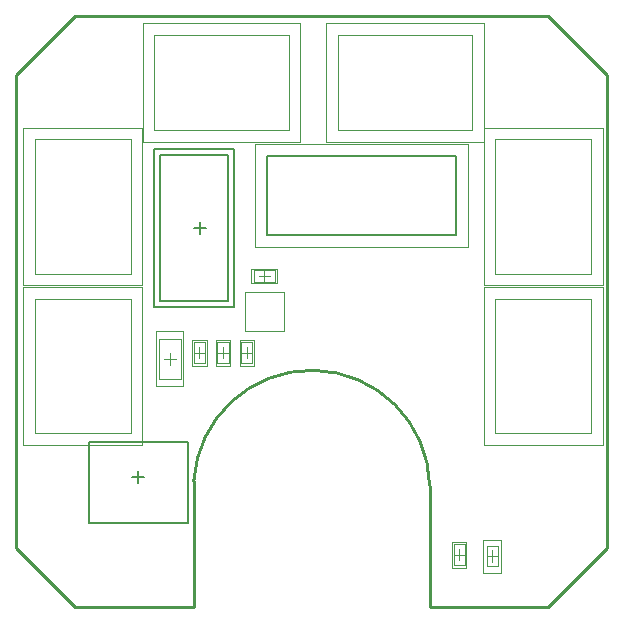
<source format=gko>
G04 Layer_Color=16720538*
%FSLAX25Y25*%
%MOIN*%
G70*
G01*
G75*
%ADD19C,0.01000*%
%ADD22C,0.00787*%
%ADD23C,0.00394*%
%ADD24C,0.00197*%
%ADD25C,0.00200*%
%ADD26C,0.00400*%
%ADD27C,0.00800*%
D19*
X137795Y40336D02*
G03*
X59126Y41785I-39365J-923D01*
G01*
X19685Y196850D02*
X177165D01*
X196850Y177165D01*
Y19685D02*
Y177165D01*
X177165Y-0D02*
X196850Y19685D01*
X137795Y-0D02*
X177165D01*
X137795D02*
Y40336D01*
X59126Y71D02*
Y41785D01*
X59055Y-0D02*
X59055Y-0D01*
X19685Y-0D02*
X59055D01*
X-0Y19685D02*
X19685Y-0D01*
X-0Y19685D02*
Y177165D01*
X19685Y196850D01*
Y196850D01*
D22*
X47842Y150539D02*
X70480D01*
X47842Y101720D02*
Y150539D01*
X70480Y101720D02*
Y150539D01*
X47842Y101720D02*
X70480D01*
X61130Y124161D02*
Y128098D01*
X59161Y126130D02*
X63098D01*
X45776Y99752D02*
X72547D01*
Y152508D01*
X45776D02*
X72547D01*
X45776Y99752D02*
Y152508D01*
X24114Y27953D02*
X57185D01*
Y54724D01*
X24114D02*
X57185D01*
X24114Y27953D02*
Y54724D01*
X40650Y41339D02*
Y45276D01*
X38681Y43307D02*
X42618D01*
D23*
X67028Y81201D02*
Y88090D01*
X70768Y81201D02*
Y88090D01*
X67028Y81201D02*
X70768D01*
X67028Y88090D02*
X70768D01*
X59153Y81201D02*
Y88090D01*
X62894Y81201D02*
Y88090D01*
X59153Y81201D02*
X62894D01*
X59153Y88090D02*
X62894D01*
X47638Y89370D02*
X54724D01*
X47638Y75984D02*
X54724D01*
Y89370D01*
X47638Y75984D02*
Y89370D01*
X79232Y108366D02*
X86122D01*
X79232Y112106D02*
X86122D01*
Y108366D02*
Y112106D01*
X79232Y108366D02*
Y112106D01*
X156760Y13406D02*
Y20295D01*
X160500Y13406D02*
Y20295D01*
X156760Y13406D02*
X160500D01*
X156760Y20295D02*
X160500D01*
X149500Y13905D02*
Y20795D01*
X145760Y13905D02*
Y20795D01*
X149500D01*
X145760Y13905D02*
X149500D01*
X78642Y81201D02*
Y88090D01*
X74902Y81201D02*
Y88090D01*
X78642D01*
X74902Y81201D02*
X78642D01*
X67028Y84646D02*
X70768D01*
X68898Y82776D02*
Y86516D01*
X59153Y84646D02*
X62894D01*
X61024Y82776D02*
Y86516D01*
X51181Y80709D02*
Y84646D01*
X49213Y82677D02*
X53150D01*
X82677Y108366D02*
Y112106D01*
X80807Y110236D02*
X84547D01*
X156760Y16850D02*
X160500D01*
X158630Y14980D02*
Y18721D01*
X145760Y17350D02*
X149500D01*
X147630Y15480D02*
Y19220D01*
X74902Y84646D02*
X78642D01*
X76772Y82776D02*
Y86516D01*
D24*
X66535Y80315D02*
Y88976D01*
X71260Y80315D02*
Y88976D01*
X66535Y80315D02*
X71260D01*
X66535Y88976D02*
X71260D01*
X58661Y80315D02*
Y88976D01*
X63386Y80315D02*
Y88976D01*
X58661Y80315D02*
X63386D01*
X58661Y88976D02*
X63386D01*
X46654Y91929D02*
X55709D01*
X46654Y73425D02*
X55709D01*
Y91929D01*
X46654Y73425D02*
Y91929D01*
X78347Y107874D02*
X87008D01*
X78347Y112598D02*
X87008D01*
Y107874D02*
Y112598D01*
X78347Y107874D02*
Y112598D01*
X155677Y11350D02*
Y22350D01*
X161583Y11350D02*
Y22350D01*
X155677Y11350D02*
X161583D01*
X155677Y22350D02*
X161583D01*
X149992Y13020D02*
Y21681D01*
X145268Y13020D02*
Y21681D01*
X149992D01*
X145268Y13020D02*
X149992D01*
X79134Y80315D02*
Y88976D01*
X74410Y80315D02*
Y88976D01*
X79134D01*
X74410Y80315D02*
X79134D01*
D25*
X76177Y91925D02*
X89177D01*
Y104925D01*
X76177D02*
X89177D01*
X76177Y91925D02*
Y104925D01*
D26*
X2253Y107059D02*
X42035D01*
Y159658D01*
X2253D02*
X42035D01*
X2253Y107059D02*
Y159658D01*
X6154Y110996D02*
X38098D01*
Y155758D01*
X6154D02*
X38098D01*
X6154Y110996D02*
Y155758D01*
X2253Y53909D02*
X42035D01*
Y106509D01*
X2253D02*
X42035D01*
X2253Y53909D02*
Y106509D01*
X6154Y57846D02*
X38098D01*
Y102609D01*
X6154D02*
X38098D01*
X6154Y57846D02*
Y102609D01*
X155797Y53909D02*
X195579D01*
Y106509D01*
X155797D02*
X195579D01*
X155797Y53909D02*
Y106509D01*
X159697Y57846D02*
X191642D01*
Y102609D01*
X159697D02*
X191642D01*
X159697Y57846D02*
Y102609D01*
X155797Y107059D02*
X195579D01*
Y159658D01*
X155797D02*
X195579D01*
X155797Y107059D02*
Y159658D01*
X159697Y110996D02*
X191642D01*
Y155758D01*
X159697D02*
X191642D01*
X159697Y110996D02*
Y155758D01*
X103122Y154815D02*
Y194597D01*
Y154815D02*
X155721D01*
Y194597D01*
X103122D02*
X155721D01*
X107059Y158752D02*
Y190697D01*
Y158752D02*
X151821D01*
Y190697D01*
X107059D02*
X151821D01*
X42098Y154815D02*
Y194597D01*
Y154815D02*
X94698D01*
Y194597D01*
X42098D02*
X94698D01*
X46035Y158752D02*
Y190697D01*
Y158752D02*
X90798D01*
Y190697D01*
X46035D02*
X90798D01*
X79665Y119823D02*
Y154215D01*
Y119823D02*
X150571D01*
Y154215D01*
X79665D02*
X150571D01*
D27*
X83602Y123760D02*
Y150315D01*
Y123760D02*
X146671D01*
Y150315D01*
X83602D02*
X146671D01*
M02*

</source>
